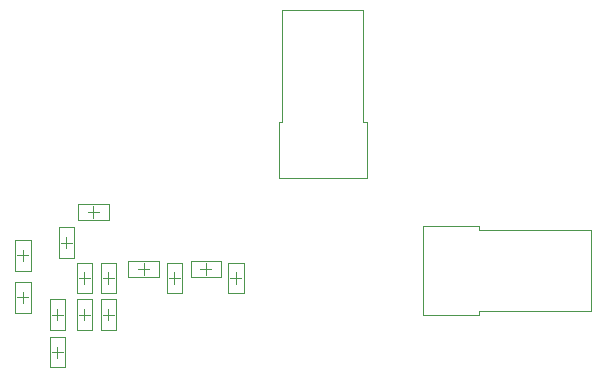
<source format=gbr>
%TF.GenerationSoftware,Altium Limited,Altium Designer,22.5.1 (42)*%
G04 Layer_Color=32768*
%FSLAX26Y26*%
%MOIN*%
%TF.SameCoordinates,B04901F9-BF46-49F9-850C-5E78856F6392*%
%TF.FilePolarity,Positive*%
%TF.FileFunction,Other,Mechanical_15*%
%TF.Part,Single*%
G01*
G75*
%TA.AperFunction,NonConductor*%
%ADD41C,0.003937*%
%ADD42C,0.001968*%
D41*
X1571299Y1227559D02*
X1608701D01*
X1590000Y1208858D02*
Y1246260D01*
X1616000Y1176559D02*
Y1278559D01*
X1564000Y1176559D02*
Y1278559D01*
X1616000D01*
X1564000Y1176559D02*
X1616000D01*
X1661299Y1352441D02*
X1698701D01*
X1680000Y1333740D02*
Y1371142D01*
X1706000Y1301441D02*
Y1403441D01*
X1654000Y1301441D02*
Y1403441D01*
X1706000D01*
X1654000Y1301441D02*
X1706000D01*
X1571299Y1352441D02*
X1608701D01*
X1590000Y1333740D02*
Y1371142D01*
X1616000Y1301441D02*
Y1403441D01*
X1564000Y1301441D02*
Y1403441D01*
X1616000D01*
X1564000Y1301441D02*
X1616000D01*
X1456299Y1410000D02*
X1493701D01*
X1475000Y1391299D02*
Y1428701D01*
X1501000Y1359000D02*
Y1461000D01*
X1449000Y1359000D02*
Y1461000D01*
X1501000D01*
X1449000Y1359000D02*
X1501000D01*
X1456299Y1550000D02*
X1493701D01*
X1475000Y1531299D02*
Y1568701D01*
X1501000Y1499000D02*
Y1601000D01*
X1449000Y1499000D02*
Y1601000D01*
X1501000D01*
X1449000Y1499000D02*
X1501000D01*
X1601299Y1592441D02*
X1638701D01*
X1620000Y1573740D02*
Y1611142D01*
X1646000Y1541441D02*
Y1643441D01*
X1594000Y1541441D02*
Y1643441D01*
X1646000D01*
X1594000Y1541441D02*
X1646000D01*
X2085000Y1486299D02*
Y1523701D01*
X2066299Y1505000D02*
X2103701D01*
X2034000Y1479000D02*
X2136000D01*
X2034000Y1531000D02*
X2136000D01*
Y1479000D02*
Y1531000D01*
X2034000Y1479000D02*
Y1531000D01*
X1741299Y1352559D02*
X1778701D01*
X1760000Y1333858D02*
Y1371260D01*
X1786000Y1301559D02*
Y1403559D01*
X1734000Y1301559D02*
Y1403559D01*
X1786000D01*
X1734000Y1301559D02*
X1786000D01*
X2166299Y1475000D02*
X2203701D01*
X2185000Y1456299D02*
Y1493701D01*
X2211000Y1424000D02*
Y1526000D01*
X2159000Y1424000D02*
Y1526000D01*
X2211000D01*
X2159000Y1424000D02*
X2211000D01*
X1961299Y1475000D02*
X1998701D01*
X1980000Y1456299D02*
Y1493701D01*
X2006000Y1424000D02*
Y1526000D01*
X1954000Y1424000D02*
Y1526000D01*
X2006000D01*
X1954000Y1424000D02*
X2006000D01*
X1741299Y1475000D02*
X1778701D01*
X1760000Y1456299D02*
Y1493701D01*
X1786000Y1424000D02*
Y1526000D01*
X1734000Y1424000D02*
Y1526000D01*
X1786000D01*
X1734000Y1424000D02*
X1786000D01*
X1661299Y1475000D02*
X1698701D01*
X1680000Y1456299D02*
Y1493701D01*
X1706000Y1424000D02*
Y1526000D01*
X1654000Y1424000D02*
Y1526000D01*
X1706000D01*
X1654000Y1424000D02*
X1706000D01*
X1877559Y1486299D02*
Y1523701D01*
X1858858Y1505000D02*
X1896260D01*
X1826559Y1531000D02*
X1928559D01*
X1826559Y1479000D02*
X1928559D01*
X1826559D02*
Y1531000D01*
X1928559Y1479000D02*
Y1531000D01*
X1710000Y1676299D02*
Y1713701D01*
X1691299Y1695000D02*
X1728701D01*
X1659000Y1721000D02*
X1761000D01*
X1659000Y1669000D02*
X1761000D01*
X1659000D02*
Y1721000D01*
X1761000Y1669000D02*
Y1721000D01*
D42*
X2809606Y1352362D02*
Y1647638D01*
X2994646D01*
Y1634842D02*
Y1647638D01*
Y1634842D02*
X3369449D01*
Y1365158D02*
Y1634842D01*
X2994646Y1365158D02*
X3369449D01*
X2994646Y1352362D02*
Y1365158D01*
X2809606Y1352362D02*
X2994646D01*
X2622638Y1809606D02*
Y1994646D01*
X2609843D02*
X2622638D01*
X2609843D02*
Y2369449D01*
X2340157D02*
X2609843D01*
X2340157Y1994646D02*
Y2369449D01*
X2327362Y1994646D02*
X2340157D01*
X2327362Y1809606D02*
Y1994646D01*
Y1809606D02*
X2622638D01*
%TF.MD5,31c3cda17d5f0383992e64ce6e12f68b*%
M02*

</source>
